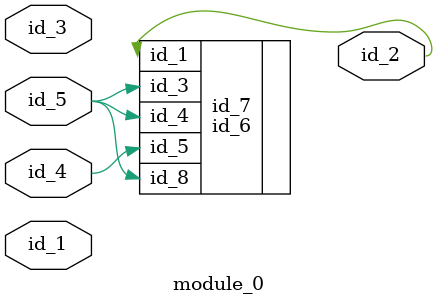
<source format=v>
module module_0 (
    id_1,
    id_2,
    id_3,
    id_4,
    id_5
);
  input id_5;
  input id_4;
  input id_3;
  output id_2;
  input id_1;
  id_6 id_7 (
      .id_5(id_2),
      .id_3(id_5),
      .id_4(id_5),
      .id_4(id_5),
      .id_1(id_2),
      .id_8(id_5),
      .id_5(id_4)
  );
endmodule

</source>
